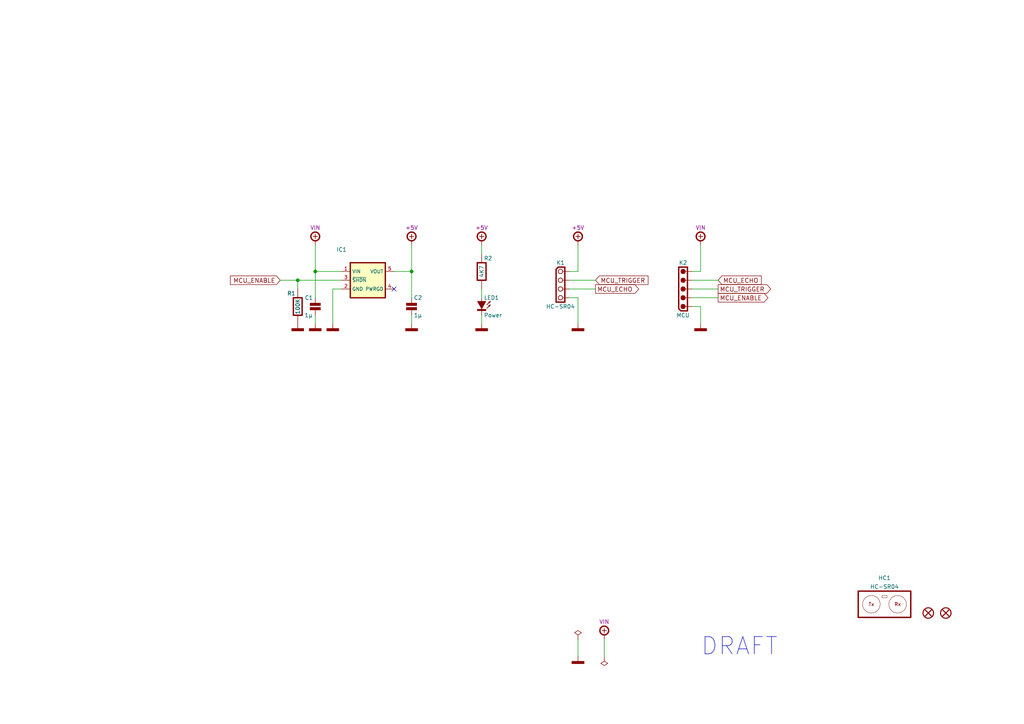
<source format=kicad_sch>
(kicad_sch (version 20211123) (generator eeschema)
  (paper "A4")
  (title_block (title "TBOT - HC-SR04") (date "01/2022") (rev "A"))
  (lib_symbols
    (symbol "tronixio:CAPACITOR-1206-1U" (pin_numbers hide) (pin_names (offset 0) hide)
      (property "Reference" "C" (at 1.27 2.54 0))
      (property "Value" "CAPACITOR-1206-1U" (at 1.27 -2.54 0))
      (symbol "CAPACITOR-1206-1U_0_1"
        (rectangle (start -1.524 -0.254) (end 1.524 -1.016) (stroke (width 0.001)) (fill (type outline)))
        (rectangle (start -1.524 1.016) (end 1.524 0.254) (stroke (width 0.001)) (fill (type outline)))
      )
      (symbol "CAPACITOR-1206-1U_1_1"
        (pin passive line (at 0 2.54 270) (length 1.905) (name "~") (number "1"))
        (pin passive line (at 0 -2.54 90) (length 1.905) (name "~") (number "2"))
      )
    )
    (symbol "tronixio:HC-SR04" (pin_numbers hide) (pin_names (offset 0) hide)
      (property "Reference" "HC" (at 0 7.62 0))
      (property "Value" "HC-SR04" (at 0 5.08 0))
      (symbol "HC-SR04_0_0"
        (text "Rx" (at 3.81 0 0) (effects (font (size 1 1))))
        (text "Tx" (at -3.81 0 0) (effects (font (size 1 1))))
      )
      (symbol "HC-SR04_0_1"
        (rectangle (start -7.62 3.81) (end 7.62 -3.81) (stroke (width 0.4)))
        (circle (center -3.81 0) (radius 2.54) (stroke (width 0.1)))
        (arc (start -0.635 2.54) (mid -0.762 2.2225) (end -0.635 1.905) (stroke (width 0.1)))
        (polyline (pts (xy -0.635 1.905) (xy 0.635 1.905)) (stroke (width 0.1)))
        (polyline (pts (xy 0.635 2.54) (xy -0.635 2.54)) (stroke (width 0.1)))
        (arc (start 0.635 1.905) (mid 0.7633 2.2225) (end 0.635 2.54) (stroke (width 0.1)))
        (circle (center 3.81 0) (radius 2.54) (stroke (width 0.1)))
      )
      (symbol "HC-SR04_1_1"
        (pin no_connect line (at 0 -10.16 0) (length 2.54) hide (name "NC") (number "NC"))
      )
    )
    (symbol "tronixio:KINGBRIGHT-LED-1206-PURPLE" (pin_numbers hide) (pin_names (offset 0) hide)
      (property "Reference" "LED" (at 0 -2.54 0))
      (property "Value" "KINGBRIGHT-LED-1206-PURPLE" (at 0 -5.08 0))
      (symbol "KINGBRIGHT-LED-1206-PURPLE_0_1"
        (rectangle (start -1.27 1.27) (end -0.762 -1.27) (stroke (width 0.001)) (fill (type outline)))
        (polyline (pts (xy 1.524 -1.27) (xy 1.524 1.27) (xy -0.762 0) (xy 1.524 -1.27)) (stroke (width 0.001)) (fill (type outline)))
        (polyline (pts (xy -0.508 1.524) (xy 0.508 2.54) (xy 0.254 2.032) (xy 0 2.286) (xy 0.508 2.54)) (stroke (width 0.2)))
        (polyline (pts (xy 0.508 1.524) (xy 1.524 2.54) (xy 1.27 2.032) (xy 1.016 2.286) (xy 1.524 2.54)) (stroke (width 0.2)))
      )
      (symbol "KINGBRIGHT-LED-1206-PURPLE_1_1"
        (pin passive line (at -2.54 0 0) (length 1.27) (name "C") (number "1"))
        (pin passive line (at 2.54 0 180) (length 1.27) (name "A") (number "2"))
      )
    )
    (symbol "tronixio:MICROCHIP-MCP1755-50-SOT23" (pin_names (offset 0.5))
      (property "Reference" "U" (at 7.62 3.81 0))
      (property "Value" "MICROCHIP-MCP1755-50-SOT23" (at 7.62 -8.89 0))
      (symbol "MICROCHIP-MCP1755-50-SOT23_0_1"
        (rectangle (start 2.54 2.54) (end 12.7 -7.62) (stroke (width 0.4)) (fill (type background)))
      )
      (symbol "MICROCHIP-MCP1755-50-SOT23_1_1"
        (pin power_in line (at 0 0 0) (length 2.54) (name "VIN") (number "1"))
        (pin power_in line (at 0 -5.08 0) (length 2.54) (name "GND") (number "2"))
        (pin input line (at 0 -2.54 0) (length 2.54) (name "~{SHDN}") (number "3"))
        (pin open_collector line (at 15.24 -5.08 180) (length 2.54) (name "PWRGD") (number "4"))
        (pin power_out line (at 15.24 0 180) (length 2.54) (name "VOUT") (number "5"))
      )
    )
    (symbol "tronixio:MOLEX-MICRO-LATCH-05-RIGHT-ANGLE" (pin_numbers hide) (pin_names (offset 0) hide)
      (property "Reference" "K" (at 0 2.54 0))
      (property "Value" "MOLEX-MICRO-LATCH-05-RIGHT-ANGLE" (at 0 -12.7 0))
      (symbol "MOLEX-MICRO-LATCH-05-RIGHT-ANGLE_0_1"
        (circle (center 0 -10.16) (radius 0.635) (stroke (width 0.2)) (fill (type outline)))
        (circle (center 0 -7.62) (radius 0.635) (stroke (width 0.2)) (fill (type outline)))
        (circle (center 0 -5.08) (radius 0.635) (stroke (width 0.2)) (fill (type outline)))
        (circle (center 0 -2.54) (radius 0.635) (stroke (width 0.2)) (fill (type outline)))
        (polyline (pts (xy -1.27 -11.43) (xy 1.27 -11.43) (xy 1.27 0.635) (xy 0.635 1.27) (xy -1.27 1.27) (xy -1.27 -11.43)) (stroke (width 0.4)))
        (circle (center 0 0) (radius 0.635) (stroke (width 0.2)) (fill (type outline)))
      )
      (symbol "MOLEX-MICRO-LATCH-05-RIGHT-ANGLE_1_1"
        (pin passive line (at -2.54 0 0) (length 1.905) (name "1") (number "1"))
        (pin passive line (at -2.54 -2.54 0) (length 1.905) (name "2") (number "2"))
        (pin passive line (at -2.54 -5.08 0) (length 1.905) (name "3") (number "3"))
        (pin passive line (at -2.54 -7.62 0) (length 1.905) (name "4") (number "4"))
        (pin passive line (at -2.54 -10.16 0) (length 1.905) (name "5") (number "5"))
      )
    )
    (symbol "tronixio:MOUNTING-HOLE-3MM-MASK" (pin_numbers hide) (pin_names (offset 0) hide)
      (symbol "MOUNTING-HOLE-3MM-MASK_0_1"
        (polyline (pts (xy -1.016 -1.016) (xy 1.016 1.016)) (stroke (width 0.3)))
        (polyline (pts (xy 1.016 -1.016) (xy -1.016 1.016)) (stroke (width 0.3)))
        (circle (center 0 0) (radius 1.524) (stroke (width 0.3)))
      )
    )
    (symbol "tronixio:POWER-+5V" (power) (pin_numbers hide) (pin_names (offset 0) hide)
      (property "Name" "+5V" (at 0 5.08 0))
      (symbol "POWER-+5V_0_1"
        (polyline (pts (xy -0.635 2.54) (xy 0.635 2.54)) (stroke (width 0.2)))
        (polyline (pts (xy 0 1.905) (xy 0 3.175)) (stroke (width 0.2)))
        (circle (center 0 2.54) (radius 1.27) (stroke (width 0.4)))
      )
      (symbol "POWER-+5V_1_1"
        (pin power_in line (at 0 0 90) (length 1.27) (name "+5V") (number "1"))
      )
    )
    (symbol "tronixio:POWER-FLAG" (power) (pin_numbers hide) (pin_names (offset 0) hide)
      (symbol "POWER-FLAG_0_0"
        (pin power_out line (at 0 0 90) (length 0) (name "pwr") (number "1"))
      )
      (symbol "POWER-FLAG_0_1"
        (polyline (pts (xy 0 0) (xy 0 1.27) (xy -1.016 1.905) (xy 0 2.54) (xy 1.016 1.905) (xy 0 1.27)))
      )
    )
    (symbol "tronixio:POWER-GND" (power) (pin_numbers hide) (pin_names (offset 0) hide)
      (symbol "POWER-GND_0_1"
        (rectangle (start -1.778 -2.032) (end 1.778 -1.27) (stroke (width 0.001)) (fill (type outline)))
      )
      (symbol "POWER-GND_1_1"
        (pin power_in line (at 0 0 270) (length 1.27) (name "GND") (number "1"))
      )
    )
    (symbol "tronixio:POWER-VIN" (power) (pin_numbers hide) (pin_names (offset 0) hide)
      (property "Name" "VIN" (at 0 5.08 0))
      (symbol "POWER-VIN_0_1"
        (polyline (pts (xy -0.635 2.54) (xy 0.635 2.54)) (stroke (width 0.2)))
        (polyline (pts (xy 0 1.905) (xy 0 3.175)) (stroke (width 0.2)))
        (circle (center 0 2.54) (radius 1.27) (stroke (width 0.4)))
      )
      (symbol "POWER-VIN_1_1"
        (pin power_in line (at 0 0 90) (length 1.27) (name "VIN") (number "1"))
      )
    )
    (symbol "tronixio:RESISTOR-1206-100K" (pin_numbers hide) (pin_names (offset 0) hide)
      (property "Reference" "R" (at 2.54 1.27 0))
      (property "Value" "RESISTOR-1206-100K" (at 2.54 -1.27 0))
      (symbol "RESISTOR-1206-100K_0_1"
        (rectangle (start -1.27 -2.54) (end 1.27 2.54) (stroke (width 0.4)))
      )
      (symbol "RESISTOR-1206-100K_1_1"
        (pin passive line (at 0 5.08 270) (length 2.54) (name "~") (number "1"))
        (pin passive line (at 0 -5.08 90) (length 2.54) (name "~") (number "2"))
      )
    )
    (symbol "tronixio:RESISTOR-1206-4K7" (pin_numbers hide) (pin_names (offset 0) hide)
      (property "Reference" "R" (at 2.54 1.27 0))
      (property "Value" "RESISTOR-1206-4K7" (at 2.54 -1.27 0))
      (symbol "RESISTOR-1206-4K7_0_1"
        (rectangle (start -1.27 -2.54) (end 1.27 2.54) (stroke (width 0.4)))
      )
      (symbol "RESISTOR-1206-4K7_1_1"
        (pin passive line (at 0 5.08 270) (length 2.54) (name "~") (number "1"))
        (pin passive line (at 0 -5.08 90) (length 2.54) (name "~") (number "2"))
      )
    )
    (symbol "tronixio:SAMTEC-SSW-104-02-T-S-RA" (pin_numbers hide) (pin_names (offset 0) hide)
      (property "Reference" "K" (at 0 2.54 0))
      (property "Value" "SAMTEC-SSW-104-02-T-S-RA" (at 0 -10.16 0))
      (symbol "SAMTEC-SSW-104-02-T-S-RA_0_1"
        (circle (center 0 -7.62) (radius 0.635) (stroke (width 0.2)))
        (circle (center 0 -5.08) (radius 0.635) (stroke (width 0.2)))
        (circle (center 0 -2.54) (radius 0.635) (stroke (width 0.2)))
        (polyline (pts (xy -1.27 -8.89) (xy 1.27 -8.89) (xy 1.27 0.635) (xy 0.635 1.27) (xy -1.27 1.27) (xy -1.27 -8.89)) (stroke (width 0.4)))
        (circle (center 0 0) (radius 0.635) (stroke (width 0.2)))
      )
      (symbol "SAMTEC-SSW-104-02-T-S-RA_1_1"
        (pin passive line (at -2.54 0 0) (length 1.905) (name "1") (number "1"))
        (pin passive line (at -2.54 -2.54 0) (length 1.905) (name "2") (number "2"))
        (pin passive line (at -2.54 -5.08 0) (length 1.905) (name "3") (number "3"))
        (pin passive line (at -2.54 -7.62 0) (length 1.905) (name "4") (number "4"))
      )
    )
  )
  (junction (at 119.38 78.74))
  (junction (at 91.44 78.74))
  (junction (at 86.36 81.28))
  (no_connect (at 114.3 83.82))
  (wire (pts (xy 96.52 83.82) (xy 96.52 93.98)))
  (wire (pts (xy 96.52 83.82) (xy 99.06 83.82)))
  (wire (pts (xy 114.3 78.74) (xy 119.38 78.74)))
  (wire (pts (xy 200.66 86.36) (xy 208.28 86.36)))
  (wire (pts (xy 91.44 71.12) (xy 91.44 78.74)))
  (wire (pts (xy 203.2 88.9) (xy 203.2 93.98)))
  (wire (pts (xy 200.66 88.9) (xy 203.2 88.9)))
  (wire (pts (xy 119.38 91.44) (xy 119.38 93.98)))
  (wire (pts (xy 81.28 81.28) (xy 86.36 81.28)))
  (wire (pts (xy 165.1 81.28) (xy 172.72 81.28)))
  (wire (pts (xy 91.44 78.74) (xy 91.44 86.36)))
  (wire (pts (xy 165.1 83.82) (xy 172.72 83.82)))
  (wire (pts (xy 200.66 81.28) (xy 208.28 81.28)))
  (wire (pts (xy 175.26 185.42) (xy 175.26 190.5)))
  (wire (pts (xy 139.7 91.44) (xy 139.7 93.98)))
  (wire (pts (xy 139.7 86.36) (xy 139.7 83.82)))
  (wire (pts (xy 200.66 83.82) (xy 208.28 83.82)))
  (wire (pts (xy 119.38 71.12) (xy 119.38 78.74)))
  (wire (pts (xy 165.1 78.74) (xy 167.64 78.74)))
  (wire (pts (xy 167.64 78.74) (xy 167.64 71.12)))
  (wire (pts (xy 91.44 91.44) (xy 91.44 93.98)))
  (wire (pts (xy 200.66 78.74) (xy 203.2 78.74)))
  (wire (pts (xy 203.2 78.74) (xy 203.2 71.12)))
  (wire (pts (xy 139.7 71.12) (xy 139.7 73.66)))
  (wire (pts (xy 86.36 81.28) (xy 86.36 83.82)))
  (wire (pts (xy 119.38 78.74) (xy 119.38 86.36)))
  (wire (pts (xy 165.1 86.36) (xy 167.64 86.36)))
  (wire (pts (xy 167.64 86.36) (xy 167.64 93.98)))
  (wire (pts (xy 86.36 81.28) (xy 99.06 81.28)))
  (wire (pts (xy 167.64 185.42) (xy 167.64 190.5)))
  (wire (pts (xy 91.44 78.74) (xy 99.06 78.74)))
  (text "DRAFT" (at 203.2 190.5 0) (effects (font (size 5 5)) (justify left bottom)))
  (global_label "MCU_TRIGGER" (shape input) (at 172.72 81.28 0) (property "Intersheet References" "${INTERSHEET_REFS}" (effects hide)))
  (global_label "MCU_ENABLE" (shape input) (at 81.28 81.28 180) (property "Intersheet References" "${INTERSHEET_REFS}" (effects hide)))
  (global_label "MCU_ENABLE" (shape output) (at 208.28 86.36 0) (property "Intersheet References" "${INTERSHEET_REFS}" (effects hide)))
  (global_label "MCU_ECHO" (shape output) (at 172.72 83.82 0) (property "Intersheet References" "${INTERSHEET_REFS}" (effects hide)))
  (global_label "MCU_TRIGGER" (shape output) (at 208.28 83.82 0) (property "Intersheet References" "${INTERSHEET_REFS}" (effects hide)))
  (global_label "MCU_ECHO" (shape input) (at 208.28 81.28 0) (property "Intersheet References" "${INTERSHEET_REFS}" (effects hide)))
  (symbol (lib_id "tronixio:RESISTOR-1206-100K") (at 86.36 88.9 0) (unit 1)
    (property "Reference" "R1" (at 85.725 85.09 0) (effects (font (size 1.15 1.15)) (justify right)))
    (property "Value" "100K" (at 86.36 88.9 90) (effects (font (size 1.15 1.15))))
    (property "Footprint" "tronixio:RESISTOR-SMD-1206" (effects hide))
    (property "Datasheet" "https://www.koaspeer.com/products/resistors/general-purpose/rk73b/" (effects hide))
    (property "Tolerance" "5%" (effects hide))
    (property "Mouser" "660-RK73B2BTTDD104J" (effects hide))
    (property "Name" "RESISTOR-1206-100K" (effects hide))
  )
  (symbol (lib_id "tronixio:POWER-GND") (at 203.2 93.98 0) (unit 1)
    (property "Reference" "#PWR016" (effects hide))
    (property "Value" "POWER-GND" (effects hide))
  )
  (symbol (lib_id "tronixio:CAPACITOR-1206-1U") (at 119.38 88.9 0) (unit 1)
    (property "Reference" "C2" (at 120.015 86.36 0) (effects (font (size 1.15 1.15)) (justify left)))
    (property "Value" "1µ" (at 120.015 91.44 0) (effects (font (size 1.15 1.15)) (justify left)))
    (property "Footprint" "tronixio:CAPACITOR-SMD-1206" (effects hide))
    (property "Datasheet" "https://content.kemet.com/datasheets/KEM_C1090_X7R_ESD.pdf" (effects hide))
    (property "Voltage" "50V" (effects hide))
    (property "Tolerance" "20%" (effects hide))
    (property "Mouser" "C1206C105M5RACTU" (effects hide))
    (property "Name" "CAPACITOR-1206-1U" (effects hide))
  )
  (symbol (lib_id "tronixio:POWER-+5V") (at 139.7 71.12 0) (unit 1)
    (property "Reference" "#PWR07" (effects hide))
    (property "Value" "POWER-+5V" (effects hide))
    (property "Name" "+5V" (at 139.7 66.04 0) (effects (font (size 1.15 1.15))))
  )
  (symbol (lib_id "tronixio:POWER-+5V") (at 167.64 71.12 0) (unit 1)
    (property "Reference" "#PWR013" (effects hide))
    (property "Value" "POWER-+5V" (effects hide))
    (property "Name" "+5V" (at 167.64 66.04 0) (effects (font (size 1.15 1.15))))
  )
  (symbol (lib_id "tronixio:MOLEX-MICRO-LATCH-05-RIGHT-ANGLE") (at 198.12 88.9 180) (unit 1)
    (property "Reference" "K2" (at 198.12 76.2 0) (effects (font (size 1.15 1.15))))
    (property "Value" "MCU" (at 198.12 91.44 0) (effects (font (size 1.15 1.15))))
    (property "Footprint" "tronixio:MOLEX-532540570" (effects hide))
    (property "Datasheet" "https://www.molex.com/pdm_docs/sd/532540570_sd.pdf" (effects hide))
    (property "Mouser" "538-53254-0570" (effects hide))
    (property "Name" "MOLEX-MICRO-LATCH-05-RIGHT-ANGLE" (effects hide))
  )
  (symbol (lib_id "tronixio:POWER-GND") (at 86.36 93.98 0) (unit 1)
    (property "Reference" "#PWR01" (effects hide))
    (property "Value" "POWER-GND" (effects hide))
  )
  (symbol (lib_id "tronixio:POWER-FLAG") (at 167.64 185.42 0) (unit 1)
    (property "Reference" "#FLG01" (effects hide))
    (property "Value" "PWR_FLAG" (effects hide))
  )
  (symbol (lib_id "tronixio:POWER-VIN") (at 175.26 185.42 0) (unit 1)
    (property "Reference" "#PWR011" (effects hide))
    (property "Value" "POWER-VIN" (effects hide))
    (property "Name" "VIN" (at 175.26 180.34 0) (effects (font (size 1.15 1.15))))
  )
  (symbol (lib_id "tronixio:HC-SR04") (at 256.54 175.26 0) (unit 1)
    (property "Reference" "HC1" (at 256.54 167.64 0) (effects (font (size 1.15 1.15))))
    (property "Value" "HC-SR04" (at 256.54 170.18 0) (effects (font (size 1.15 1.15))))
    (property "Footprint" "tronixioZZ:HC-SR04" (effects hide))
    (property "Datasheet" "https://cdn.sparkfun.com/datasheets/Sensors/Proximity/HCSR04.pdf" (effects hide))
  )
  (symbol (lib_id "tronixio:POWER-+5V") (at 119.38 71.12 0) (unit 1)
    (property "Reference" "#PWR05" (effects hide))
    (property "Value" "POWER-VCC" (effects hide))
    (property "Name" "+5V" (at 119.38 66.04 0) (effects (font (size 1.15 1.15))))
  )
  (symbol (lib_id "tronixio:MOUNTING-HOLE-3MM-MASK") (at 269.24 177.8 0) (unit 1)
    (property "Reference" "H1" (effects hide))
    (property "Value" "MOUNTING-HOLE-MASK-3MM" (effects hide))
    (property "Footprint" "tronixio:MOUNTING-HOLE-3MM-MASK" (effects hide))
  )
  (symbol (lib_id "tronixio:POWER-VIN") (at 203.2 71.12 0) (unit 1)
    (property "Reference" "#PWR015" (effects hide))
    (property "Value" "POWER-VIN" (effects hide))
    (property "Name" "VIN" (at 203.2 66.04 0) (effects (font (size 1.15 1.15))))
  )
  (symbol (lib_id "tronixio:POWER-FLAG") (at 175.26 190.5 180) (unit 1)
    (property "Reference" "#FLG02" (effects hide))
    (property "Value" "PWR_FLAG" (effects hide))
  )
  (symbol (lib_id "tronixio:MOUNTING-HOLE-3MM-MASK") (at 274.32 177.8 0) (unit 1)
    (property "Reference" "H2" (effects hide))
    (property "Value" "MOUNTING-HOLE-MASK-3MM" (effects hide))
    (property "Footprint" "tronixio:MOUNTING-HOLE-3MM-MASK" (effects hide))
  )
  (symbol (lib_id "tronixio:POWER-GND") (at 167.64 93.98 0) (unit 1)
    (property "Reference" "#PWR014" (effects hide))
    (property "Value" "POWER-GND" (effects hide))
  )
  (symbol (lib_id "tronixio:POWER-VIN") (at 91.44 71.12 0) (unit 1)
    (property "Reference" "#PWR02" (effects hide))
    (property "Value" "POWER-VIN" (effects hide))
    (property "Name" "VIN" (at 91.44 66.04 0) (effects (font (size 1.15 1.15))))
  )
  (symbol (lib_id "tronixio:CAPACITOR-1206-1U") (at 91.44 88.9 0) (unit 1)
    (property "Reference" "C1" (at 90.805 86.36 0) (effects (font (size 1.15 1.15)) (justify right)))
    (property "Value" "1µ" (at 90.805 91.44 0) (effects (font (size 1.15 1.15)) (justify right)))
    (property "Footprint" "tronixio:CAPACITOR-SMD-1206" (effects hide))
    (property "Datasheet" "https://content.kemet.com/datasheets/KEM_C1090_X7R_ESD.pdf" (effects hide))
    (property "Voltage" "50V" (effects hide))
    (property "Tolerance" "20%" (effects hide))
    (property "Mouser" "C1206C105M5RACTU" (effects hide))
    (property "Name" "CAPACITOR-1206-1U" (effects hide))
  )
  (symbol (lib_id "tronixio:MICROCHIP-MCP1755-50-SOT23") (at 99.06 78.74 0) (unit 1)
    (property "Reference" "IC1" (at 99.06 72.39 0) (effects (font (size 1.15 1.15))))
    (property "Value" "MCP1755" (effects hide))
    (property "Footprint" "tronixio:SOT-23-5" (effects hide))
    (property "Datasheet" "https://www.microchip.com/en-us/product/MCP1755" (effects hide))
    (property "Name" "MICROCHIP-MCP1755-50-SOT23" (effects hide))
    (property "Mouser" "579-MCP1755T-5002EOT" (effects hide))
  )
  (symbol (lib_id "tronixio:POWER-GND") (at 119.38 93.98 0) (unit 1)
    (property "Reference" "#PWR06" (effects hide))
    (property "Value" "POWER-GND" (effects hide))
  )
  (symbol (lib_id "tronixio:POWER-GND") (at 139.7 93.98 0) (unit 1)
    (property "Reference" "#PWR08" (effects hide))
    (property "Value" "POWER-GND" (effects hide))
  )
  (symbol (lib_id "tronixio:KINGBRIGHT-LED-1206-PURPLE") (at 139.7 88.9 270) (mirror x) (unit 1)
    (property "Reference" "LED1" (at 140.335 86.36 90) (effects (font (size 1.15 1.15)) (justify left)))
    (property "Value" "Power" (at 140.335 91.44 90) (effects (font (size 1.15 1.15)) (justify left)))
    (property "Footprint" "tronixio:LED-SMD-1206" (effects hide))
    (property "Datasheet" "https://www.kingbrightusa.com/images/catalog/SPEC/APTR3216-VFX.pdf" (effects hide))
    (property "Mouser" "604-APTR3216-VFX" (effects hide))
    (property "Name" "KINGBRIGHT-LED-1206-PURPLE" (effects hide))
  )
  (symbol (lib_id "tronixio:POWER-GND") (at 91.44 93.98 0) (unit 1)
    (property "Reference" "#PWR03" (effects hide))
    (property "Value" "POWER-GND" (effects hide))
  )
  (symbol (lib_id "tronixio:POWER-GND") (at 96.52 93.98 0) (unit 1)
    (property "Reference" "#PWR04" (effects hide))
    (property "Value" "POWER-GND" (effects hide))
  )
  (symbol (lib_id "tronixio:RESISTOR-1206-4K7") (at 139.7 78.74 0) (unit 1)
    (property "Reference" "R2" (at 140.335 74.93 0) (effects (font (size 1.15 1.15)) (justify left)))
    (property "Value" "4K7" (at 139.7 78.74 90) (effects (font (size 1.15 1.15))))
    (property "Footprint" "tronixio:RESISTOR-SMD-1206" (effects hide))
    (property "Datasheet" "https://www.koaspeer.com/products/resistors/general-purpose/rk73b/" (effects hide))
    (property "Tolerance" "5%" (effects hide))
    (property "Mouser" "660-RK73B2BTTDD472J" (effects hide))
    (property "Name" "RESISTOR-1206-4K7" (effects hide))
  )
  (symbol (lib_id "tronixio:POWER-GND") (at 167.64 190.5 0) (unit 1)
    (property "Reference" "#PWR010" (effects hide))
    (property "Value" "POWER-GND" (effects hide))
  )
  (symbol (lib_id "tronixio:SAMTEC-SSW-104-02-T-S-RA") (at 162.56 78.74 0) (mirror y) (unit 1)
    (property "Reference" "K1" (at 162.56 76.2 0) (effects (font (size 1.15 1.15))))
    (property "Value" "HC-SR04" (at 162.56 88.9 0) (effects (font (size 1.15 1.15))))
    (property "Footprint" "tronixioZZ:SAMTEC-SSW-104-02-T-S-RA" (effects hide))
    (property "Datasheet" "http://suddendocs.samtec.com/catalog_english/ssw_th.pdf" (effects hide))
    (property "Mouser" "200-SSW10402TSRA" (effects hide))
    (property "Name" "SAMTEC-SSW-104-02-T-S-RA" (effects hide))
  )
)
</source>
